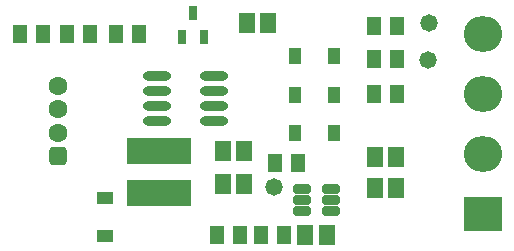
<source format=gbr>
G04*
G04 #@! TF.GenerationSoftware,Altium Limited,Altium Designer,23.0.1 (38)*
G04*
G04 Layer_Color=8388736*
%FSLAX25Y25*%
%MOIN*%
G70*
G04*
G04 #@! TF.SameCoordinates,C317ACD7-2F99-4A28-9CC3-B5CC64B43C24*
G04*
G04*
G04 #@! TF.FilePolarity,Negative*
G04*
G01*
G75*
%ADD25R,0.04934X0.06115*%
%ADD26O,0.09461X0.03162*%
%ADD27R,0.03162X0.04737*%
%ADD28R,0.05524X0.06706*%
%ADD29R,0.04383X0.05300*%
G04:AMPARAMS|DCode=30|XSize=57.21mil|YSize=31.23mil|CornerRadius=6.9mil|HoleSize=0mil|Usage=FLASHONLY|Rotation=180.000|XOffset=0mil|YOffset=0mil|HoleType=Round|Shape=RoundedRectangle|*
%AMROUNDEDRECTD30*
21,1,0.05721,0.01742,0,0,180.0*
21,1,0.04341,0.03123,0,0,180.0*
1,1,0.01381,-0.02170,0.00871*
1,1,0.01381,0.02170,0.00871*
1,1,0.01381,0.02170,-0.00871*
1,1,0.01381,-0.02170,-0.00871*
%
%ADD30ROUNDEDRECTD30*%
%ADD31R,0.05300X0.04383*%
%ADD32R,0.21666X0.08674*%
%ADD33O,0.12800X0.11800*%
%ADD34R,0.12800X0.11800*%
%ADD35C,0.06312*%
G04:AMPARAMS|DCode=36|XSize=63.12mil|YSize=63.12mil|CornerRadius=17.78mil|HoleSize=0mil|Usage=FLASHONLY|Rotation=90.000|XOffset=0mil|YOffset=0mil|HoleType=Round|Shape=RoundedRectangle|*
%AMROUNDEDRECTD36*
21,1,0.06312,0.02756,0,0,90.0*
21,1,0.02756,0.06312,0,0,90.0*
1,1,0.03556,0.01378,0.01378*
1,1,0.03556,0.01378,-0.01378*
1,1,0.03556,-0.01378,-0.01378*
1,1,0.03556,-0.01378,0.01378*
%
%ADD36ROUNDEDRECTD36*%
%ADD37C,0.05800*%
D25*
X426000Y421500D02*
D03*
X418323D02*
D03*
Y444000D02*
D03*
X426000D02*
D03*
Y433000D02*
D03*
X418323D02*
D03*
X385161Y398500D02*
D03*
X392839D02*
D03*
X365823Y374500D02*
D03*
X373500D02*
D03*
X300161Y441500D02*
D03*
X307839D02*
D03*
X332161D02*
D03*
X339839D02*
D03*
X323677D02*
D03*
X316000D02*
D03*
X388177Y374500D02*
D03*
X380500D02*
D03*
D26*
X346051Y427500D02*
D03*
Y422500D02*
D03*
Y417500D02*
D03*
Y412500D02*
D03*
X364949Y427500D02*
D03*
Y422500D02*
D03*
Y417500D02*
D03*
Y412500D02*
D03*
D27*
X358000Y448437D02*
D03*
X361740Y440563D02*
D03*
X354260D02*
D03*
D28*
X376000Y445000D02*
D03*
X383087D02*
D03*
X367957Y402500D02*
D03*
X375043D02*
D03*
X367957Y391500D02*
D03*
X375043D02*
D03*
X402500Y374500D02*
D03*
X395413D02*
D03*
X418457Y400500D02*
D03*
X425543D02*
D03*
X418457Y390000D02*
D03*
X425543D02*
D03*
D29*
X392087Y434000D02*
D03*
X405000D02*
D03*
X392087Y421000D02*
D03*
X405000D02*
D03*
X404957Y408500D02*
D03*
X392043D02*
D03*
D30*
X394118Y382500D02*
D03*
Y386240D02*
D03*
Y389980D02*
D03*
X404000D02*
D03*
Y386240D02*
D03*
Y382500D02*
D03*
D31*
X328500Y374043D02*
D03*
Y386957D02*
D03*
D32*
X346500Y402390D02*
D03*
Y388610D02*
D03*
D33*
X454506Y401494D02*
D03*
X454500Y421500D02*
D03*
X454467Y441533D02*
D03*
D34*
X454506Y381494D02*
D03*
D35*
X313000Y424311D02*
D03*
Y416437D02*
D03*
Y408563D02*
D03*
D36*
Y400689D02*
D03*
D37*
X436326Y432906D02*
D03*
X436500Y445000D02*
D03*
X385000Y390500D02*
D03*
M02*

</source>
